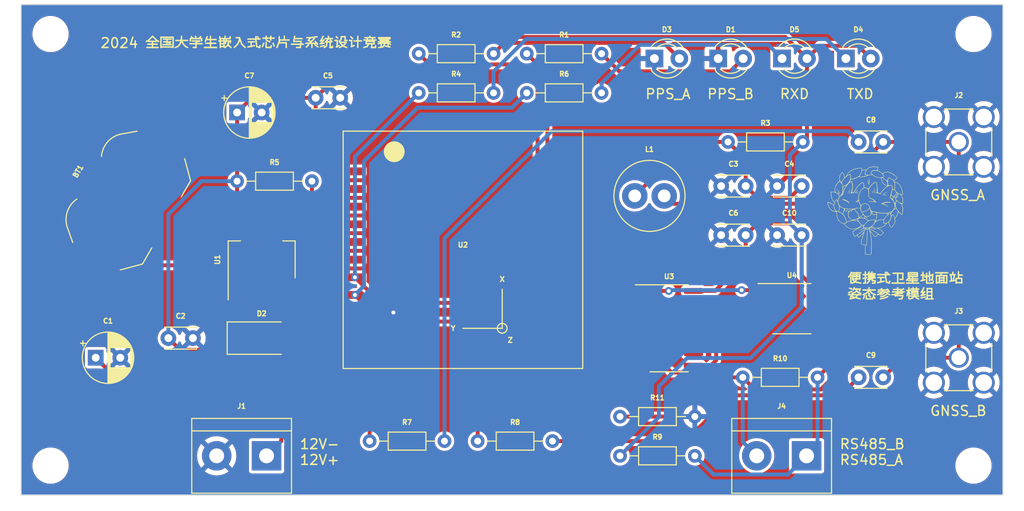
<source format=kicad_pcb>
(kicad_pcb (version 20221018) (generator pcbnew)
  (layers (0 "F.Cu" signal) (31 "B.Cu" signal) (34 "B.Paste" user) (35 "F.Paste" user) (36 "B.SilkS" user "B.Silkscreen") (37 "F.SilkS" user "F.Silkscreen") (38 "B.Mask" user) (39 "F.Mask" user) (44 "Edge.Cuts" user))
  (net 0 "")
  (net 1 "/VBAT")
  (net 2 "GND")
  (net 3 "/Vin")
  (net 4 "/+3V3")
  (net 5 "Net-(C3-Pad2)")
  (net 6 "Net-(C8-Pad1)")
  (net 7 "Net-(J2-In)")
  (net 8 "Net-(C9-Pad1)")
  (net 9 "/GNSS_PPS_A")
  (net 10 "Net-(D2-A)")
  (net 11 "/GNSS_PPS_B")
  (net 12 "Net-(D4-K)")
  (net 13 "Net-(D5-K)")
  (net 14 "/RS485_A")
  (net 15 "/RS485_B")
  (net 16 "/GNSS_RXD")
  (net 17 "Net-(U2-RESET_N)")
  (net 18 "/GNSS_TXD")
  (net 19 "Net-(D1-A)")
  (net 20 "/GNSS_ANT_A")
  (net 21 "Net-(D3-A)")
  (net 22 "/GNSS_ANT_B")
  (net 34 "Net-(U4-RO)")
  (net 35 "Net-(U3-Pad2)")
  (net 36 "Net-(U4-DE)")
  (footprint "Resistor_THT:R_Axial_DIN0204_L3.6mm_D1.6mm_P7.62mm_Horizontal" (layer "F.Cu") (at 120.5 55)
    (fp_text reference "R2" (at 3.81 -1.92) (layer "F.SilkS") (effects (font (size 0.5 0.5))))
    (fp_text value "1k")
    (pad "1" thru_hole circle locked (at 0 0) (size 1.4 1.4) (drill 0.7) (layers "*.Cu" "*.Mask") (net 11 "/GNSS_PPS_B"))
    (pad "2" thru_hole oval locked (at 7.62 0) (size 1.4 1.4) (drill 0.7) (layers "*.Cu" "*.Mask") (net 21 "Net-(D3-A)"))
  )
  (footprint "Resistor_THT:R_Axial_DIN0204_L3.6mm_D1.6mm_P7.62mm_Horizontal" (layer "F.Cu") (at 152 64)
    (fp_text reference "R3" (at 3.81 -1.92) (layer "F.SilkS") (effects (font (size 0.5 0.5))))
    (fp_text value "0")
    (pad "1" thru_hole circle locked (at 0 0) (size 1.4 1.4) (drill 0.7) (layers "*.Cu" "*.Mask") (net 5 "Net-(C3-Pad2)"))
    (pad "2" thru_hole oval locked (at 7.62 0) (size 1.4 1.4) (drill 0.7) (layers "*.Cu" "*.Mask") (net 4 "/+3V3"))
  )
  (footprint "LED_THT:LED_D3.0mm" (layer "F.Cu") (at 157.5 55.5)
    (fp_text reference "D5" (at 1.27 -2.96) (layer "F.SilkS") (effects (font (size 0.5 0.5))))
    (fp_text value "LED")
    (pad "1" thru_hole rect locked (at 0 0) (size 1.8 1.8) (drill 0.9) (layers "*.Cu" "*.Mask") (net 13 "Net-(D5-K)"))
    (pad "2" thru_hole circle locked (at 2.54 0) (size 1.8 1.8) (drill 0.9) (layers "*.Cu" "*.Mask") (net 4 "/+3V3"))
  )
  (footprint "Diode_SMD:D_SMA" (layer "F.Cu") (at 104.5 84)
    (fp_text reference "D2" (at 0 -2.5) (layer "F.SilkS") (effects (font (size 0.5 0.5))))
    (fp_text value "SS34")
    (pad "1" smd roundrect locked (at -2 0) (size 2.5 1.8) (layers "F.Cu" "F.Paste" "F.Mask") (roundrect_rratio 0.1388888889) (net 3 "/Vin"))
    (pad "2" smd roundrect locked (at 2 0) (size 2.5 1.8) (layers "F.Cu" "F.Paste" "F.Mask") (roundrect_rratio 0.1388888889) (net 10 "Net-(D2-A)"))
  )
  (footprint "Resistor_THT:R_Axial_DIN0204_L3.6mm_D1.6mm_P7.62mm_Horizontal" (layer "F.Cu") (at 141 96)
    (fp_text reference "R9" (at 3.81 -1.92) (layer "F.SilkS") (effects (font (size 0.5 0.5))))
    (fp_text value "10k")
    (pad "1" thru_hole circle locked (at 0 0) (size 1.4 1.4) (drill 0.7) (layers "*.Cu" "*.Mask") (net 4 "/+3V3"))
    (pad "2" thru_hole oval locked (at 7.62 0) (size 1.4 1.4) (drill 0.7) (layers "*.Cu" "*.Mask") (net 14 "/RS485_A"))
  )
  (footprint "Resistor_THT:R_Axial_DIN0204_L3.6mm_D1.6mm_P7.62mm_Horizontal" (layer "F.Cu") (at 120.5 59)
    (fp_text reference "R4" (at 3.81 -1.92) (layer "F.SilkS") (effects (font (size 0.5 0.5) (thickness 0.125))))
    (fp_text value "1k")
    (pad "1" thru_hole circle locked (at 0 0) (size 1.4 1.4) (drill 0.7) (layers "*.Cu" "*.Mask") (net 16 "/GNSS_RXD"))
    (pad "2" thru_hole oval locked (at 7.62 0) (size 1.4 1.4) (drill 0.7) (layers "*.Cu" "*.Mask") (net 12 "Net-(D4-K)"))
  )
  (footprint "LED_THT:LED_D3.0mm" (layer "F.Cu") (at 151 55.5)
    (fp_text reference "D1" (at 1.27 -2.96) (layer "F.SilkS") (effects (font (size 0.5 0.5))))
    (fp_text value "LED")
    (pad "1" thru_hole rect locked (at 0 0) (size 1.8 1.8) (drill 0.9) (layers "*.Cu" "*.Mask") (net 2 "GND"))
    (pad "2" thru_hole circle locked (at 2.54 0) (size 1.8 1.8) (drill 0.9) (layers "*.Cu" "*.Mask") (net 19 "Net-(D1-A)"))
  )
  (footprint "Package_SO:SOIC-14_3.9x8.7mm_P1.27mm" (layer "F.Cu") (at 146 83)
    (fp_text reference "U3" (at 0 -5.28) (layer "F.SilkS") (effects (font (size 0.5 0.5))))
    (fp_text value "74HC14")
    (pad "1" smd roundrect locked (at -2.475 -3.81) (size 1.95 0.6) (layers "F.Cu" "F.Paste" "F.Mask") (net 34 "Net-(U4-RO)"))
    (pad "2" smd roundrect locked (at -2.475 -2.54) (size 1.95 0.6) (layers "F.Cu" "F.Paste" "F.Mask") (net 35 "Net-(U3-Pad2)"))
    (pad "3" smd roundrect locked (at -2.475 -1.27) (size 1.95 0.6) (layers "F.Cu" "F.Paste" "F.Mask") (net 35 "Net-(U3-Pad2)"))
    (pad "4" smd roundrect locked (at -2.475 0) (size 1.95 0.6) (layers "F.Cu" "F.Paste" "F.Mask") (net 16 "/GNSS_RXD"))
    (pad "5" smd roundrect locked (at -2.475 1.27) (size 1.95 0.6) (layers "F.Cu" "F.Paste" "F.Mask") (net 18 "/GNSS_TXD"))
    (pad "6" smd roundrect locked (at -2.475 2.54) (size 1.95 0.6) (layers "F.Cu" "F.Paste" "F.Mask") (net 36 "Net-(U4-DE)"))
    (pad "7" smd roundrect locked (at -2.475 3.81) (size 1.95 0.6) (layers "F.Cu" "F.Paste" "F.Mask") (net 2 "GND"))
    (pad "8" smd roundrect locked (at 2.475 3.81) (size 1.95 0.6) (layers "F.Cu" "F.Paste" "F.Mask"))
    (pad "9" smd roundrect locked (at 2.475 2.54) (size 1.95 0.6) (layers "F.Cu" "F.Paste" "F.Mask"))
    (pad "10" smd roundrect locked (at 2.475 1.27) (size 1.95 0.6) (layers "F.Cu" "F.Paste" "F.Mask"))
    (pad "11" smd roundrect locked (at 2.475 0) (size 1.95 0.6) (layers "F.Cu" "F.Paste" "F.Mask"))
    (pad "12" smd roundrect locked (at 2.475 -1.27) (size 1.95 0.6) (layers "F.Cu" "F.Paste" "F.Mask"))
    (pad "13" smd roundrect locked (at 2.475 -2.54) (size 1.95 0.6) (layers "F.Cu" "F.Paste" "F.Mask"))
    (pad "14" smd roundrect locked (at 2.475 -3.81) (size 1.95 0.6) (layers "F.Cu" "F.Paste" "F.Mask") (net 4 "/+3V3"))
  )
  (footprint "Resistor_THT:R_Axial_DIN0204_L3.6mm_D1.6mm_P7.62mm_Horizontal" (layer "F.Cu") (at 153.5 88)
    (fp_text reference "R10" (at 3.81 -1.92) (layer "F.SilkS") (effects (font (size 0.5 0.5))))
    (fp_text value "120")
    (pad "1" thru_hole circle locked (at 0 0) (size 1.4 1.4) (drill 0.7) (layers "*.Cu" "*.Mask") (net 15 "/RS485_B"))
    (pad "2" thru_hole oval locked (at 7.62 0) (size 1.4 1.4) (drill 0.7) (layers "*.Cu" "*.Mask") (net 14 "/RS485_A"))
  )
  (footprint "Connector_Coaxial:SMA_Amphenol_901-144_Vertical" (layer "F.Cu") (at 175.5 64)
    (fp_text reference "J2" (at 0 -4.75) (layer "F.SilkS") (effects (font (size 0.5 0.5) (thickness 0.125))))
    (fp_text value "SMA")
    (pad "1" thru_hole circle locked (at 0 0) (size 2.05 2.05) (drill 1.5) (layers "*.Cu" "*.Mask") (net 7 "Net-(J2-In)"))
    (pad "2" thru_hole circle locked (at -2.54 -2.54) (size 2.25 2.25) (drill 1.7) (layers "*.Cu" "*.Mask") (net 2 "GND"))
    (pad "2" thru_hole circle locked (at -2.54 2.54) (size 2.25 2.25) (drill 1.7) (layers "*.Cu" "*.Mask") (net 2 "GND"))
    (pad "2" thru_hole circle locked (at 2.54 -2.54) (size 2.25 2.25) (drill 1.7) (layers "*.Cu" "*.Mask") (net 2 "GND"))
    (pad "2" thru_hole circle locked (at 2.54 2.54) (size 2.25 2.25) (drill 1.7) (layers "*.Cu" "*.Mask") (net 2 "GND"))
  )
  (footprint "Capacitor_THT:C_Disc_D3.0mm_W2.0mm_P2.50mm" (layer "F.Cu") (at 165.3 64)
    (fp_text reference "C8" (at 1.25 -2.25) (layer "F.SilkS") (effects (font (size 0.5 0.5) (thickness 0.125))))
    (fp_text value "100pF")
    (pad "1" thru_hole circle locked (at 0 0) (size 1.6 1.6) (drill 0.8) (layers "*.Cu" "*.Mask") (net 6 "Net-(C8-Pad1)"))
    (pad "2" thru_hole circle locked (at 2.5 0) (size 1.6 1.6) (drill 0.8) (layers "*.Cu" "*.Mask") (net 7 "Net-(J2-In)"))
  )
  (footprint "Package_SO:SOIC-8_3.9x4.9mm_P1.27mm" (layer "F.Cu") (at 158.5 81)
    (fp_text reference "U4" (at 0 -3.4) (layer "F.SilkS") (effects (font (size 0.5 0.5))))
    (fp_text value "MAX3485")
    (pad "1" smd roundrect locked (at -2.475 -1.905) (size 1.95 0.6) (layers "F.Cu" "F.Paste" "F.Mask") (net 34 "Net-(U4-RO)"))
    (pad "2" smd roundrect locked (at -2.475 -0.635) (size 1.95 0.6) (layers "F.Cu" "F.Paste" "F.Mask") (net 36 "Net-(U4-DE)"))
    (pad "3" smd roundrect locked (at -2.475 0.635) (size 1.95 0.6) (layers "F.Cu" "F.Paste" "F.Mask") (net 36 "Net-(U4-DE)"))
    (pad "4" smd roundrect locked (at -2.475 1.905) (size 1.95 0.6) (layers "F.Cu" "F.Paste" "F.Mask") (net 2 "GND"))
    (pad "5" smd roundrect locked (at 2.475 1.905) (size 1.95 0.6) (layers "F.Cu" "F.Paste" "F.Mask") (net 2 "GND"))
    (pad "6" smd roundrect locked (at 2.475 0.635) (size 1.95 0.6) (layers "F.Cu" "F.Paste" "F.Mask") (net 14 "/RS485_A"))
    (pad "7" smd roundrect locked (at 2.475 -0.635) (size 1.95 0.6) (layers "F.Cu" "F.Paste" "F.Mask") (net 15 "/RS485_B"))
    (pad "8" smd roundrect locked (at 2.475 -1.905) (size 1.95 0.6) (layers "F.Cu" "F.Paste" "F.Mask") (net 4 "/+3V3"))
  )
  (footprint "Connector_Coaxial:SMA_Amphenol_901-144_Vertical" (layer "F.Cu") (at 175.5 86)
    (fp_text reference "J3" (at 0 -4.75) (layer "F.SilkS") (effects (font (size 0.5 0.5) (thickness 0.125))))
    (fp_text value "SMA")
    (pad "1" thru_hole circle locked (at 0 0) (size 2.05 2.05) (drill 1.5) (layers "*.Cu" "*.Mask") (net 7 "Net-(J2-In)"))
    (pad "2" thru_hole circle locked (at -2.54 -2.54) (size 2.25 2.25) (drill 1.7) (layers "*.Cu" "*.Mask") (net 2 "GND"))
    (pad "2" thru_hole circle locked (at -2.54 2.54) (size 2.25 2.25) (drill 1.7) (layers "*.Cu" "*.Mask") (net 2 "GND"))
    (pad "2" thru_hole circle locked (at 2.54 -2.54) (size 2.25 2.25) (drill 1.7) (layers "*.Cu" "*.Mask") (net 2 "GND"))
    (pad "2" thru_hole circle locked (at 2.54 2.54) (size 2.25 2.25) (drill 1.7) (layers "*.Cu" "*.Mask") (net 2 "GND"))
  )
  (footprint "Inductor_THT:L_Radial_D7.0mm_P3.00mm" (layer "F.Cu") (at 142.5 69.5)
    (fp_text reference "L1" (at 1.5 -4.75) (layer "F.SilkS") (effects (font (size 0.5 0.5))))
    (fp_text value "20uH")
    (pad "1" thru_hole circle locked (at 0 0) (size 2.6 2.6) (drill 1.3) (layers "*.Cu" "*.Mask") (net 5 "Net-(C3-Pad2)"))
    (pad "2" thru_hole circle locked (at 3 0) (size 2.6 2.6) (drill 1.3) (layers "*.Cu" "*.Mask") (net 7 "Net-(J2-In)"))
  )
  (footprint "Resistor_THT:R_Axial_DIN0204_L3.6mm_D1.6mm_P7.62mm_Horizontal" (layer "F.Cu") (at 131.5 59)
    (fp_text reference "R6" (at 3.81 -1.92) (layer "F.SilkS") (effects (font (size 0.5 0.5) (thickness 0.125))))
    (fp_text value "1k")
    (pad "1" thru_hole circle locked (at 0 0) (size 1.4 1.4) (drill 0.7) (layers "*.Cu" "*.Mask") (net 18 "/GNSS_TXD"))
    (pad "2" thru_hole oval locked (at 7.62 0) (size 1.4 1.4) (drill 0.7) (layers "*.Cu" "*.Mask") (net 13 "Net-(D5-K)"))
  )
  (footprint "Capacitor_THT:C_Disc_D3.0mm_W2.0mm_P2.50mm" (layer "F.Cu") (at 157 73.5)
    (fp_text reference "C10" (at 1.25 -2.25) (layer "F.SilkS") (effects (font (size 0.5 0.5))))
    (fp_text value "0.1uF")
    (pad "1" thru_hole circle locked (at 0 0) (size 1.6 1.6) (drill 0.8) (layers "*.Cu" "*.Mask") (net 2 "GND"))
    (pad "2" thru_hole circle locked (at 2.5 0) (size 1.6 1.6) (drill 0.8) (layers "*.Cu" "*.Mask") (net 4 "/+3V3"))
  )
  (footprint "Battery:BatteryHolder_LINX_BAT-HLD-012-SMT" (layer "F.Cu") (at 91 70 -120)
    (fp_text reference "BT1" (at 0 6 60) (layer "F.SilkS") (effects (font (size 0.5 0.5))))
    (fp_text value "3V")
    (pad "1" smd rect locked (at -7.6 0 240) (size 2.5 5.1) (layers "F.Cu" "F.Paste" "F.Mask") (net 1 "/VBAT"))
    (pad "1" smd rect locked (at 7.6 0 240) (size 2.5 5.1) (layers "F.Cu" "F.Paste" "F.Mask") (net 1 "/VBAT"))
    (pad "2" smd circle locked (at 0 0 240) (size 10.2 10.2) (layers "F.Cu" "F.Mask") (net 2 "GND"))
  )
  (footprint "GNSS:Cat" (layer "F.Cu") (at 166 71)
    (fp_text reference "G***" hide)
    (fp_text value "LOGO" hide)
  )
  (footprint "GNSS:LC02H" (layer "F.Cu") (at 125 75)
    (fp_text reference "U2" (at 0 -0.5 unlocked) (layer "F.SilkS") (effects (font (size 0.5 0.5) (thickness 0.125))))
    (fp_text value "LC02H")
    (fp_text user "Z" (at 4.5 9.5 unlocked) (layer "F.SilkS") (effects (font (size 0.5 0.5) (thickness 0.125)) (justify left bottom)))
    (fp_text user "Y" (at -1 8 unlocked) (layer "F.SilkS") (effects (font (size 0.5 0.5) (thickness 0.125))))
    (fp_text user "X" (at 4 3 unlocked) (layer "F.SilkS") (effects (font (size 0.5 0.5) (thickness 0.125))))
    (pad "1" smd roundrect locked (at -11.1 -9.8) (size 2 0.8) (layers "F.Cu" "F.Paste" "F.Mask") (net 2 "GND"))
    (pad "2" smd roundrect locked (at -11.1 -8) (size 2 0.8) (layers "F.Cu" "F.Paste" "F.Mask") (net 4 "/+3V3"))
    (pad "3" smd roundrect locked (at -11.1 -6.2) (size 2 0.8) (layers "F.Cu" "F.Paste" "F.Mask"))
    (pad "4" smd roundrect locked (at -11.1 -4.4) (size 2 0.8) (layers "F.Cu" "F.Paste" "F.Mask"))
    (pad "5" smd roundrect locked (at -11.1 -2.6) (size 2 0.8) (layers "F.Cu" "F.Paste" "F.Mask"))
    (pad "6" smd roundrect locked (at -11.1 -0.8) (size 2 0.8) (layers "F.Cu" "F.Paste" "F.Mask"))
    (pad "7" smd roundrect locked (at -11.1 1) (size 2 0.8) (layers "F.Cu" "F.Paste" "F.Mask") (net 17 "Net-(U2-RESET_N)"))
    (pad "8" smd roundrect locked (at -11.1 2.8) (size 2 0.8) (layers "F.Cu" "F.Paste" "F.Mask") (net 16 "/GNSS_RXD"))
    (pad "9" smd roundrect locked (at -11.1 4.6) (size 2 0.8) (layers "F.Cu" "F.Paste" "F.Mask") (net 18 "/GNSS_TXD"))
    (pad "10" smd roundrect locked (at -11.1 6.4) (size 2 0.8) (layers "F.Cu" "F.Paste" "F.Mask") (net 1 "/VBAT"))
    (pad "11" smd roundrect locked (at -11.1 8.2) (size 2 0.8) (layers "F.Cu" "F.Paste" "F.Mask") (net 20 "/GNSS_ANT_A"))
    (pad "12" smd roundrect locked (at -11.1 10) (size 2 0.8) (layers "F.Cu" "F.Paste" "F.Mask") (net 2 "GND"))
    (pad "13" smd roundrect locked (at 11.1 10) (size 2 0.8) (layers "F.Cu" "F.Paste" "F.Mask") (net 2 "GND"))
    (pad "14" smd roundrect locked (at 11.1 8.2) (size 2 0.8) (layers "F.Cu" "F.Paste" "F.Mask") (net 22 "/GNSS_ANT_B"))
    (pad "15" smd roundrect locked (at 11.1 6.4) (size 2 0.8) (layers "F.Cu" "F.Paste" "F.Mask"))
    (pad "16" smd roundrect locked (at 11.1 4.6) (size 2 0.8) (layers "F.Cu" "F.Paste" "F.Mask") (net 11 "/GNSS_PPS_B"))
    (pad "17" smd roundrect locked (at 11.1 2.8) (size 2 0.8) (layers "F.Cu" "F.Paste" "F.Mask"))
    (pad "18" smd roundrect locked (at 11.1 1) (size 2 0.8) (layers "F.Cu" "F.Paste" "F.Mask"))
    (pad "19" smd roundrect locked (at 11.1 -1) (size 2 0.8) (layers "F.Cu" "F.Paste" "F.Mask"))
    (pad "20" smd roundrect locked (at 11.1 -2.8) (size 2 0.8) (layers "F.Cu" "F.Paste" "F.Mask"))
    (pad "21" smd roundrect locked (at 11.1 -4.6) (size 2 0.8) (layers "F.Cu" "F.Paste" "F.Mask"))
    (pad "22" smd roundrect locked (at 11.1 -6.4) (size 2 0.8) (layers "F.Cu" "F.Paste" "F.Mask"))
    (pad "23" smd roundrect locked (at 11.1 -8.2) (size 2 0.8) (layers "F.Cu" "F.Paste" "F.Mask") (net 9 "/GNSS_PPS_A"))
    (pad "24" smd roundrect locked (at 11.1 -10) (size 2 0.8) (layers "F.Cu" "F.Paste" "F.Mask") (net 2 "GND"))
  )
  (footprint "Resistor_THT:R_Axial_DIN0204_L3.6mm_D1.6mm_P7.62mm_Horizontal" (layer "F.Cu") (at 102 68)
    (fp_text reference "R5" (at 3.81 -1.92) (layer "F.SilkS") (effects (font (size 0.5 0.5))))
    (fp_text value "10k")
    (pad "1" thru_hole circle locked (at 0 0) (size 1.4 1.4) (drill 0.7) (layers "*.Cu" "*.Mask") (net 4 "/+3V3"))
    (pad "2" thru_hole oval locked (at 7.62 0) (size 1.4 1.4) (drill 0.7) (layers "*.Cu" "*.Mask") (net 17 "Net-(U2-RESET_N)"))
  )
  (footprint "TerminalBlock:TerminalBlock_bornier-2_P5.08mm" (layer "F.Cu") (at 105 96 180)
    (fp_text reference "J1" (at 2.54 5.068) (layer "F.SilkS") (effects (font (size 0.5 0.5))))
    (fp_text value "POWER")
    (pad "1" thru_hole rect locked (at 0 0 180) (size 3 3) (drill 1.52) (layers "*.Cu" "*.Mask") (net 10 "Net-(D2-A)"))
    (pad "2" thru_hole circle locked (at 5.08 0 180) (size 3 3) (drill 1.52) (layers "*.Cu" "*.Mask") (net 2 "GND"))
  )
  (footprint "Capacitor_THT:C_Disc_D3.0mm_W2.0mm_P2.50mm" (layer "F.Cu") (at 151.3 73.5)
    (fp_text reference "C6" (at 1.25 -2.25) (layer "F.SilkS") (effects (font (size 0.5 0.5))))
    (fp_text value "0.1uF")
    (pad "1" thru_hole circle locked (at 0 0) (size 1.6 1.6) (drill 0.8) (layers "*.Cu" "*.Mask") (net 2 "GND"))
    (pad "2" thru_hole circle locked (at 2.5 0) (size 1.6 1.6) (drill 0.8) (layers "*.Cu" "*.Mask") (net 4 "/+3V3"))
  )
  (footprint "LED_THT:LED_D3.0mm" (layer "F.Cu") (at 144.5 55.5)
    (fp_text reference "D3" (at 1.27 -2.96) (layer "F.SilkS") (effects (font (size 0.5 0.5))))
    (fp_text value "LED")
    (pad "1" thru_hole rect locked (at 0 0) (size 1.8 1.8) (drill 0.9) (layers "*.Cu" "*.Mask") (net 2 "GND"))
    (pad "2" thru_hole circle locked (at 2.54 0) (size 1.8 1.8) (drill 0.9) (layers "*.Cu" "*.Mask") (net 21 "Net-(D3-A)"))
  )
  (footprint "Resistor_THT:R_Axial_DIN0204_L3.6mm_D1.6mm_P7.62mm_Horizontal" (layer "F.Cu") (at 115.5 94.5)
    (fp_text reference "R7" (at 3.81 -1.92) (layer "F.SilkS") (effects (font (size 0.5 0.5))))
    (fp_text value "0")
    (pad "1" thru_hole circle locked (at 0 0) (size 1.4 1.4) (drill 0.7) (layers "*.Cu" "*.Mask") (net 20 "/GNSS_ANT_A"))
    (pad "2" thru_hole oval locked (at 7.62 0) (size 1.4 1.4) (drill 0.7) (layers "*.Cu" "*.Mask") (net 6 "Net-(C8-Pad1)"))
  )
  (footprint "Resistor_THT:R_Axial_DIN0204_L3.6mm_D1.6mm_P7.62mm_Horizontal" (layer "F.Cu") (at 126.5 94.5)
    (fp_text reference "R8" (at 3.81 -1.92) (layer "F.SilkS") (effects (font (size 0.5 0.5))))
    (fp_text value "0")
    (pad "1" thru_hole circle locked (at 0 0) (size 1.4 1.4) (drill 0.7) (layers "*.Cu" "*.Mask") (net 22 "/GNSS_ANT_B"))
    (pad "2" thru_hole oval locked (at 7.62 0) (size 1.4 1.4) (drill 0.7) (layers "*.Cu" "*.Mask") (net 8 "Net-(C9-Pad1)"))
  )
  (footprint "Capacitor_THT:CP_Radial_D5.0mm_P2.50mm" (layer "F.Cu") (at 87.6 86)
    (fp_text reference "C1" (at 1.25 -3.75) (layer "F.SilkS") (effects (font (size 0.5 0.5))))
    (fp_text value "10uF")
    (pad "1" thru_hole rect locked (at 0 0) (size 1.6 1.6) (drill 0.8) (layers "*.Cu" "*.Mask") (net 3 "/Vin"))
    (pad "2" thru_hole circle locked (at 2.5 0) (size 1.6 1.6) (drill 0.8) (layers "*.Cu" "*.Mask") (net 2 "GND"))
  )
  (footprint "TerminalBlock:TerminalBlock_bornier-2_P5.08mm" (layer "F.Cu") (at 160 96 180)
    (fp_text reference "J4" (at 2.54 5.068) (layer "F.SilkS") (effects (font (size 0.5 0.5))))
    (fp_text value "RS485")
    (pad "1" thru_hole rect locked (at 0 0 180) (size 3 3) (drill 1.52) (layers "*.Cu" "*.Mask") (net 14 "/RS485_A"))
    (pad "2" thru_hole circle locked (at 5.08 0 180) (size 3 3) (drill 1.52) (layers "*.Cu" "*.Mask") (net 15 "/RS485_B"))
  )
  (footprint "Capacitor_THT:C_Disc_D3.0mm_W2.0mm_P2.50mm" (layer "F.Cu") (at 157 68.5)
    (fp_text reference "C4" (at 1.25 -2.25) (layer "F.SilkS") (effects (font (size 0.5 0.5))))
    (fp_text value "0.1uF")
    (pad "1" thru_hole circle locked (at 0 0) (size 1.6 1.6) (drill 0.8) (layers "*.Cu" "*.Mask") (net 2 "GND"))
    (pad "2" thru_hole circle locked (at 2.5 0) (size 1.6 1.6) (drill 0.8) (layers "*.Cu" "*.Mask") (net 5 "Net-(C3-Pad2)"))
  )
  (footprint "Capacitor_THT:C_Disc_D3.0mm_W2.0mm_P2.50mm" (layer "F.Cu") (at 95 84)
    (fp_text reference "C2" (at 1.25 -2.25) (layer "F.SilkS") (effects (font (size 0.5 0.5))))
    (fp_text value "0.1uF")
    (pad "1" thru_hole circle locked (at 0 0) (size 1.6 1.6) (drill 0.8) (layers "*.Cu" "*.Mask") (net 4 "/+3V3"))
    (pad "2" thru_hole circle locked (at 2.5 0) (size 1.6 1.6) (drill 0.8) (layers "*.Cu" "*.Mask") (net 2 "GND"))
  )
  (footprint "Resistor_THT:R_Axial_DIN0204_L3.6mm_D1.6mm_P7.62mm_Horizontal" (layer "F.Cu") (at 141 92)
    (fp_text reference "R11" (at 3.81 -1.92) (layer "F.SilkS") (effects (font (size 0.5 0.5))))
    (fp_text value "10k")
    (pad "1" thru_hole circle locked (at 0 0) (size 1.4 1.4) (drill 0.7) (layers "*.Cu" "*.Mask") (net 15 "/RS485_B"))
    (pad "2" thru_hole oval locked (at 7.62 0) (size 1.4 1.4) (drill 0.7) (layers "*.Cu" "*.Mask") (net 2 "GND"))
  )
  (footprint "MountingHole:MountingHole_3.2mm_M3_DIN965" (layer "F.Cu") (at 83 53)
    (fp_text reference "H1" hide)
    (fp_text value "MountingHole")
    (pad "" np_thru_hole circle locked (at 0 0) (size 3.2 3.2) (drill 3.2) (layers "*.Cu" "*.Mask"))
  )
  (footprint "MountingHole:MountingHole_3.2mm_M3_DIN965" (layer "F.Cu") (at 83 97)
    (fp_text reference "H4" hide)
    (fp_text value "MountingHole")
    (pad "" np_thru_hole circle locked (at 0 0) (size 3.2 3.2) (drill 3.2) (layers "*.Cu" "*.Mask"))
  )
  (footprint "Capacitor_THT:CP_Radial_D5.0mm_P2.50mm" (layer "F.Cu") (at 102 61)
    (fp_text reference "C7" (at 1.25 -3.75) (layer "F.SilkS") (effects (font (size 0.5 0.5))))
    (fp_text value "10uF")
    (pad "1" thru_hole rect locked (at 0 0) (size 1.6 1.6) (drill 0.8) (layers "*.Cu" "*.Mask") (net 4 "/+3V3"))
    (pad "2" thru_hole circle locked (at 2.5 0) (size 1.6 1.6) (drill 0.8) (layers "*.Cu" "*.Mask") (net 2 "GND"))
  )
  (footprint "LED_THT:LED_D3.0mm" (layer "F.Cu") (at 164 55.5)
    (fp_text reference "D4" (at 1.27 -2.96) (layer "F.SilkS") (effects (font (size 0.5 0.5))))
    (fp_text value "LED")
    (pad "1" thru_hole rect locked (at 0 0) (size 1.8 1.8) (drill 0.9) (layers "*.Cu" "*.Mask") (net 12 "Net-(D4-K)"))
    (pad "2" thru_hole circle locked (at 2.54 0) (size 1.8 1.8) (drill 0.9) (layers "*.Cu" "*.Mask") (net 4 "/+3V3"))
  )
  (footprint "MountingHole:MountingHole_3.2mm_M3_DIN965" (layer "F.Cu") (at 177 97)
    (fp_text reference "H3" hide)
    (fp_text value "MountingHole")
    (pad "" np_thru_hole circle locked (at 0 0) (size 3.2 3.2) (drill 3.2) (layers "*.Cu" "*.Mask"))
  )
  (footprint "Resistor_THT:R_Axial_DIN0204_L3.6mm_D1.6mm_P7.62mm_Horizontal" (layer "F.Cu") (at 131.5 55)
    (fp_text reference "R1" (at 3.81 -1.92) (layer "F.SilkS") (effects (font (size 0.5 0.5))))
    (fp_text value "1k")
    (pad "1" thru_hole circle locked (at 0 0) (size 1.4 1.4) (drill 0.7) (layers "*.Cu" "*.Mask") (net 9 "/GNSS_PPS_A"))
    (pad "2" thru_hole oval locked (at 7.62 0) (size 1.4 1.4) (drill 0.7) (layers "*.Cu" "*.Mask") (net 19 "Net-(D1-A)"))
  )
  (footprint "Capacitor_THT:C_Disc_D3.0mm_W2.0mm_P2.50mm" (layer "F.Cu") (at 165.3 88)
    (fp_text reference "C9" (at 1.25 -2.25) (layer "F.SilkS") (effects (font (size 0.5 0.5) (thickness 0.125))))
    (fp_text value "100pF")
    (pad "1" thru_hole circle locked (at 0 0) (size 1.6 1.6) (drill 0.8) (layers "*.Cu" "*.Mask") (net 8 "Net-(C9-Pad1)"))
    (pad "2" thru_hole circle locked (at 2.5 0) (size 1.6 1.6) (drill 0.8) (layers "*.Cu" "*.Mask") (net 7 "Net-(J2-In)"))
  )
  (footprint "Capacitor_THT:C_Disc_D3.0mm_W2.0mm_P2.50mm" (layer "F.Cu") (at 110 59.5)
    (fp_text reference "C5" (at 1.25 -2.25) (layer "F.SilkS") (effects (font (size 0.5 0.5))))
    (fp_text value "0.1uF")
    (pad "1" thru_hole circle locked (at 0 0) (size 1.6 1.6) (drill 0.8) (layers "*.Cu" "*.Mask") (net 4 "/+3V3"))
    (pad "2" thru_hole circle locked (at 2.5 0) (size 1.6 1.6) (drill 0.8) (layers "*.Cu" "*.Mask") (net 2 "GND"))
  )
  (footprint "MountingHole:MountingHole_3.2mm_M3_DIN965" (layer "F.Cu") (at 177 53)
    (fp_text reference "H2" hide)
    (fp_text value "MountingHole")
    (pad "" np_thru_hole circle locked (at 0 0) (size 3.2 3.2) (drill 3.2) (layers "*.Cu" "*.Mask"))
  )
  (footprint "Capacitor_THT:C_Disc_D3.0mm_W2.0mm_P2.50mm" (layer "F.Cu") (at 151.3 68.5)
    (fp_text reference "C3" (at 1.25 -2.25) (layer "F.SilkS") (effects (font (size 0.5 0.5))))
    (fp_text value "100pF")
    (pad "1" thru_hole circle locked (at 0 0) (size 1.6 1.6) (drill 0.8) (layers "*.Cu" "*.Mask") (net 2 "GND"))
    (pad "2" thru_hole circle locked (at 2.5 0) (size 1.6 1.6) (drill 0.8) (layers "*.Cu" "*.Mask") (net 5 "Net-(C3-Pad2)"))
  )
  (footprint "Package_TO_SOT_SMD:SOT-223-3_TabPin2" (layer "F.Cu") (at 104.5 76 90)
    (fp_text reference "U1" (at 0 -4.5 90) (layer "F.SilkS") (effects (font (size 0.5 0.5))))
    (fp_text value "AMS1117-3.3")
    (pad "1" smd rect locked (at -3.15 -2.3 90) (size 2 1.5) (layers "F.Cu" "F.Paste" "F.Mask") (net 2 "GND"))
    (pad "2" smd rect locked (at -3.15 0 90) (size 2 1.5) (layers "F.Cu" "F.Paste" "F.Mask") (net 4 "/+3V3"))
    (pad "2" smd rect locked (at 3.15 0 90) (size 2 3.8) (layers "F.Cu" "F.Paste" "F.Mask") (net 4 "/+3V3"))
    (pad "3" smd rect locked (at -3.15 2.3 90) (size 2 1.5) (layers "F.Cu" "F.Paste" "F.Mask") (net 3 "/Vin"))
  )
  (gr_rect locked (start 80 50) (end 180 100) (stroke (width 0.1)) (fill none) (layer "Edge.Cuts"))
  (gr_text locked "PPS_A" (at 143.5 59.7) (layer "F.SilkS") (effects (font (size 1 1)) (justify left bottom)))
  (gr_text locked "PPS_B" (at 149.8 59.7) (layer "F.SilkS") (effects (font (size 1 1)) (justify left bottom)))
  (gr_text locked "GNSS_A" (at 172.5 70) (layer "F.SilkS") (effects (font (size 1 1)) (justify left bottom)))
  (gr_text locked "便携式卫星地面站\n姿态参考模组" (at 164.084 78.74) (layer "F.SilkS") (effects (font (size 1 1)) (justify left)))
  (gr_text locked "12V-\n12V+" (at 108.3 97) (layer "F.SilkS") (effects (font (size 1 1)) (justify left bottom)))
  (gr_text locked "2024 全国大学生嵌入式芯片与系统设计竞赛" (at 88 54.5) (layer "F.SilkS") (effects (font (size 1 1)) (justify left bottom)))
  (gr_text locked "RS485_B\nRS485_A" (at 163.3 97) (layer "F.SilkS") (effects (font (size 1 1)) (justify left bottom)))
  (gr_text locked "GNSS_B" (at 172.5 92) (layer "F.SilkS") (effects (font (size 1 1)) (justify left bottom)))
  (gr_text locked "RXD" (at 157.2 59.7) (layer "F.SilkS") (effects (font (size 1 1)) (justify left bottom)))
  (gr_text locked "TXD" (at 164 59.7) (layer "F.SilkS") (effects (font (size 1 1)) (justify left bottom)))
  (segment (start 85.33327 67.82873) (end 89.743793 63.418207) (width 0.4) (layer "F.Cu") (net 1))
  (segment (start 87.2 76.581793) (end 85.33327 74.715063) (width 0.4) (layer "F.Cu") (net 1))
  (segment (start 85.33327 74.715063) (end 85.33327 67.82873) (width 0.4) (layer "F.Cu") (net 1))
  (segment (start 106.781793 76.581793) (end 111.6 81.4) (width 0.4) (layer "F.Cu") (net 1))
  (segment (start 89.743793 63.418207) (end 94.8 63.418207) (width 0.4) (layer "F.Cu") (net 1))
  (segment (start 87.2 76.581793) (end 106.781793 76.581793) (width 0.4) (layer "F.Cu") (net 1))
  (segment (start 111.6 81.4) (end 113.9 81.4) (width 0.4) (layer "F.Cu") (net 1))
  (via (at 117.92 81.39) (size 0.8) (drill 0.4) (layers "F.Cu" "B.Cu") (net 2))
  (segment (start 99.3 87.2) (end 88.8 87.2) (width 0.4) (layer "F.Cu") (net 3))
  (segment (start 102.5 84) (end 99.3 87.2) (width 0.4) (layer "F.Cu") (net 3))
  (segment (start 88.8 87.2) (end 87.6 86) (width 0.4) (layer "F.Cu") (net 3))
  (segment (start 106.8 79.4) (end 102.5 83.7) (width 0.4) (layer "F.Cu") (net 3))
  (segment (start 150.68 79.19) (end 148.475 79.19) (width 0.4) (layer "F.Cu") (net 4))
  (segment (start 160.04 63.58) (end 159.62 64) (width 0.4) (layer "F.Cu") (net 4))
  (segment (start 98.723834 85.2) (end 96.2 85.2) (width 0.4) (layer "F.Cu") (net 4))
  (segment (start 159.5 77.62) (end 160.975 79.095) (width 0.4) (layer "F.Cu") (net 4))
  (segment (start 104.5 79.423834) (end 98.723834 85.2) (width 0.4) (layer "F.Cu") (net 4))
  (segment (start 110 64.1) (end 112.9 67) (width 0.4) (layer "F.Cu") (net 4))
  (segment (start 159.5 73.5) (end 159.5 77.62) (width 0.4) (layer "F.Cu") (net 4))
  (segment (start 153.8 73.5) (end 153.8 76.07) (width 0.4) (layer "F.Cu") (net 4))
  (segment (start 166.54 55.5) (end 165.24 54.2) (width 0.4) (layer "F.Cu") (net 4))
  (segment (start 158.3 72.3) (end 155 72.3) (width 0.4) (layer "F.Cu") (net 4))
  (segment (start 102 68) (end 102 70.35) (width 0.4) (layer "F.Cu") (net 4))
  (segment (start 96.2 85.2) (end 95 84) (width 0.4) (layer "F.Cu") (net 4))
  (segment (start 112.9 67) (end 113.9 67) (width 0.4) (layer "F.Cu") (net 4))
  (segment (start 102 70.35) (end 104.5 72.85) (width 0.4) (layer "F.Cu") (net 4))
  (segment (start 110 59.5) (end 103.5 59.5) (width 0.4) (layer "F.Cu") (net 4))
  (segment (start 102 61) (end 102 68) (width 0.4) (layer "F.Cu") (net 4))
  (segment (start 153.8 76.07) (end 150.68 79.19) (width 0.4) (layer "F.Cu") (net 4))
  (segment (start 160.04 55.5) (end 160.04 63.58) (width 0.4) (layer "F.Cu") (net 4))
  (segment (start 157.84 53.3) (end 160.04 55.5) (width 0.4) (layer "F.Cu") (net 4))
  (segment (start 165.24 54.2) (end 161.34 54.2) (width 0.4) (layer "F.Cu") (net 4))
  (segment (start 110 59.5) (end 110 64.1) (width 0.4) (layer "F.Cu") (net 4))
  (segment (start 116.2 53.3) (end 157.84 53.3) (width 0.4) (layer "F.Cu") (net 4))
  (segment (start 159.5 73.5) (end 158.3 72.3) (width 0.4) (layer "F.Cu") (net 4))
  (segment (start 110 59.5) (end 116.2 53.3) (width 0.4) (layer "F.Cu") (net 4))
  (segment (start 155 72.3) (end 153.8 73.5) (width 0.4) (layer "F.Cu") (net 4))
  (segment (start 103.5 59.5) (end 102 61) (width 0.4) (layer "F.Cu") (net 4))
  (segment (start 161.34 54.2) (end 160.04 55.5) (width 0.4) (layer "F.Cu") (net 4))
  (segment (start 102 68) (end 98.37 68) (width 0.4) (layer "B.Cu") (net 4))
  (segment (start 158.3 65.32) (end 158.3 72.3) (width 0.4) (layer "B.Cu") (net 4))
  (segment (start 98.37 68) (end 95 71.37) (width 0.4) (layer "B.Cu") (net 4))
  (segment (start 158.3 72.3) (end 159.5 73.5) (width 0.4) (layer "B.Cu") (net 4))
  (segment (start 144.96 92.04) (end 141 96) (width 0.4) (layer "B.Cu") (net 4))
  (segment (start 159.62 64) (end 158.3 65.32) (width 0.4) (layer "B.Cu") (net 4))
  (segment (start 159.5 73.5) (end 159.5 80.83) (width 0.4) (layer "B.Cu") (net 4))
  (segment (start 154.3 86.03) (end 147.84 86.03) (width 0.4) (layer "B.Cu") (net 4))
  (segment (start 147.84 86.03) (end 144.96 88.91) (width 0.4) (layer "B.Cu") (net 4))
  (segment (start 144.96 88.91) (end 144.96 92.04) (width 0.4) (layer "B.Cu") (net 4))
  (segment (start 95 71.37) (end 95 84) (width 0.4) (layer "B.Cu") (net 4))
  (segment (start 159.5 80.83) (end 154.3 86.03) (width 0.4) (layer "B.Cu") (net 4))
  (segment (start 158.3 69.7) (end 159.5 68.5) (width 0.4) (layer "F.Cu") (net 5))
  (segment (start 153.8 65.8) (end 153.8 68.5) (width 0.4) (layer "F.Cu") (net 5))
  (segment (start 155 69.7) (end 158.3 69.7) (width 0.4) (layer "F.Cu") (net 5))
  (segment (start 152 64) (end 153.8 65.8) (width 0.4) (layer "F.Cu") (net 5))
  (segment (start 142.5 69.5) (end 148 64) (width 0.4) (layer "F.Cu") (net 5))
  (segment (start 148 64) (end 152 64) (width 0.4) (layer "F.Cu") (net 5))
  (segment (start 153.8 68.5) (end 155 69.7) (width 0.4) (layer "F.Cu") (net 5))
  (segment (start 165.3 64) (end 164.2 62.9) (width 0.4) (layer "B.Cu") (net 6))
  (segment (start 134.04 62.9) (end 123.12 73.82) (width 0.4) (layer "B.Cu") (net 6))
  (segment (start 164.2 62.9) (end 134.04 62.9) (width 0.4) (layer "B.Cu") (net 6))
  (segment (start 123.12 73.82) (end 123.12 94.5) (width 0.4) (layer "B.Cu") (net 6))
  (segment (start 167.8 64) (end 175.5 64) (width 0.4) (layer "F.Cu") (net 7))
  (segment (start 169.8 86) (end 175.5 86) (width 0.4) (layer "F.Cu") (net 7))
  (segment (start 161.5 70.3) (end 167.8 64) (width 0.4) (layer "F.Cu") (net 7))
  (segment (start 175.5 64) (end 175.5 86) (width 0.4) (layer "F.Cu") (net 7))
  (segment (start 146.3 70.3) (end 161.5 70.3) (width 0.4) (layer "F.Cu") (net 7))
  (segment (start 167.8 88) (end 169.8 86) (width 0.4) (layer "F.Cu") (net 7))
  (segment (start 145.5 69.5) (end 146.3 70.3) (width 0.4) (layer "F.Cu") (net 7))
  (segment (start 152.345635 89.83) (end 163.47 89.83) (width 0.4) (layer "F.Cu") (net 8))
  (segment (start 163.47 89.83) (end 165.3 88) (width 0.4) (layer "F.Cu") (net 8))
  (segment (start 147.675635 94.5) (end 152.345635 89.83) (width 0.4) (layer "F.Cu") (net 8))
  (segment (start 134.12 94.5) (end 147.675635 94.5) (width 0.4) (layer "F.Cu") (net 8))
  (segment (start 133.604 65.304) (end 135.1 66.8) (width 0.4) (layer "F.Cu") (net 9))
  (segment (start 135.1 66.8) (end 136.1 66.8) (width 0.4) (layer "F.Cu") (net 9))
  (segment (start 133.604 57.104) (end 133.604 65.304) (width 0.4) (layer "F.Cu") (net 9))
  (segment (start 131.5 55) (end 133.604 57.104) (width 0.4) (layer "F.Cu") (net 9))
  (segment (start 106.5 94.5) (end 105 96) (width 0.4) (layer "F.Cu") (net 10))
  (segment (start 106.5 84) (end 106.5 94.5) (width 0.4) (layer "F.Cu") (net 10))
  (segment (start 132.6 77.458) (end 134.742 79.6) (width 0.4) (layer "F.Cu") (net 11))
  (segment (start 120.5 55) (end 121.6 56.1) (width 0.4) (layer "F.Cu") (net 11))
  (segment (start 121.6 56.1) (end 130.522 56.1) (width 0.4) (layer "F.Cu") (net 11))
  (segment (start 130.522 56.1) (end 132.6 58.178) (width 0.4) (layer "F.Cu") (net 11))
  (segment (start 132.6 58.178) (end 132.6 77.458) (width 0.4) (layer "F.Cu") (net 11))
  (segment (start 134.742 79.6) (end 136.1 79.6) (width 0.4) (layer "F.Cu") (net 11))
  (segment (start 162.002 53.502) (end 131.442365 53.502) (width 0.4) (layer "B.Cu") (net 12))
  (segment (start 128.12 56.824365) (end 128.12 59) (width 0.4) (layer "B.Cu") (net 12))
  (segment (start 164 55.5) (end 162.002 53.502) (width 0.4) (layer "B.Cu") (net 12))
  (segment (start 131.442365 53.502) (end 128.12 56.824365) (width 0.4) (layer "B.Cu") (net 12))
  (segment (start 143.028051 54.102) (end 156.102 54.102) (width 0.4) (layer "B.Cu") (net 13))
  (segment (start 139.12 59) (end 139.12 58.010051) (width 0.4) (layer "B.Cu") (net 13))
  (segment (start 139.12 58.010051) (end 143.028051 54.102) (width 0.4) (layer "B.Cu") (net 13))
  (segment (start 156.102 54.102) (end 157.5 55.5) (width 0.4) (layer "B.Cu") (net 13))
  (segment (start 162.6 82.285001) (end 162.6 86.52) (width 0.4) (layer "F.Cu") (net 14))
  (segment (start 161.949999 81.635) (end 162.6 82.285001) (width 0.4) (layer "F.Cu") (net 14))
  (segment (start 162.6 86.52) (end 161.12 88) (width 0.4) (layer "F.Cu") (net 14))
  (segment (start 160.975 81.635) (end 161.949999 81.635) (width 0.4) (layer "F.Cu") (net 14))
  (segment (start 148.62 96) (end 150.52 97.9) (width 0.4) (layer "B.Cu") (net 14))
  (segment (start 158.1 97.9) (end 160 96) (width 0.4) (layer "B.Cu") (net 14))
  (segment (start 161.12 88) (end 161.12 94.88) (width 0.4) (layer "B.Cu") (net 14))
  (segment (start 150.52 97.9) (end 158.1 97.9) (width 0.4) (layer "B.Cu") (net 14))
  (segment (start 149.890502 88) (end 145.890502 92) (width 0.4) (layer "F.Cu") (net 15))
  (segment (start 161.445635 89.23) (end 154.73 89.23) (width 0.4) (layer "F.Cu") (net 15))
  (segment (start 145.890502 92) (end 141 92) (width 0.4) (layer "F.Cu") (net 15))
  (segment (start 154.73 89.23) (end 153.5 88) (width 0.4) (layer "F.Cu") (net 15))
  (segment (start 160.975 80.365) (end 161.949999 80.365) (width 0.4) (layer "F.Cu") (net 15))
  (segment (start 153.5 88) (end 149.890502 88) (width 0.4) (layer "F.Cu") (net 15))
  (segment (start 163.26 87.415635) (end 161.445635 89.23) (width 0.4) (layer "F.Cu") (net 15))
  (segment (start 163.26 81.675001) (end 163.26 87.415635) (width 0.4) (layer "F.Cu") (net 15))
  (segment (start 161.949999 80.365) (end 163.26 81.675001) (width 0.4) (layer "F.Cu") (net 15))
  (segment (start 153.5 88) (end 153.5 94.58) (width 0.4) (layer "B.Cu") (net 15))
  (segment (start 153.5 94.58) (end 154.92 96) (width 0.4) (layer "B.Cu") (net 15))
  (segment (start 116.606528 80.406528) (end 138.436528 80.406528) (width 0.4) (layer "F.Cu") (net 16))
  (segment (start 141.03 83) (end 143.525 83) (width 0.4) (layer "F.Cu") (net 16))
  (segment (start 114 77.8) (end 116.606528 80.406528) (width 0.4) (layer "F.Cu") (net 16))
  (segment (start 138.436528 80.406528) (end 141.03 83) (width 0.4) (layer "F.Cu") (net 16))
  (via (at 114 77.8) (size 0.8) (drill 0.4) (layers "F.Cu" "B.Cu") (net 16))
  (segment (start 114 65.5) (end 120.5 59) (width 0.4) (layer "B.Cu") (net 16))
  (segment (start 114 77.8) (end 114 65.5) (width 0.4) (layer "B.Cu") (net 16))
  (segment (start 109.62 68) (end 109.62 72.72) (width 0.4) (layer "F.Cu") (net 17))
  (segment (start 109.62 72.72) (end 112.9 76) (width 0.4) (layer "F.Cu") (net 17))
  (segment (start 112.9 76) (end 113.9 76) (width 0.4) (layer "F.Cu") (net 17))
  (segment (start 140.606052 84.27) (end 143.525 84.27) (width 0.4) (layer "F.Cu") (net 18))
  (segment (start 116.710987 82.310987) (end 138.647039 82.310987) (width 0.4) (layer "F.Cu") (net 18))
  (segment (start 114 79.6) (end 116.710987 82.310987) (width 0.4) (layer "F.Cu") (net 18))
  (segment (start 138.647039 82.310987) (end 140.606052 84.27) (width 0.4) (layer "F.Cu") (net 18))
  (via (at 114 79.6) (size 0.8) (drill 0.4) (layers "F.Cu" "B.Cu") (net 18))
  (segment (start 120.39 60.5) (end 130 60.5) (width 0.4) (layer "B.Cu") (net 18))
  (segment (start 114 79.6) (end 114.93 78.67) (width 0.4) (layer "B.Cu") (net 18))
  (segment (start 114.93 65.96) (end 120.39 60.5) (width 0.4) (layer "B.Cu") (net 18))
  (segment (start 130 60.5) (end 131.5 59) (width 0.4) (layer "B.Cu") (net 18))
  (segment (start 114.93 78.67) (end 114.93 65.96) (width 0.4) (layer "B.Cu") (net 18))
  (segment (start 140.92 56.8) (end 139.12 55) (width 0.4) (layer "F.Cu") (net 19))
  (segment (start 152.24 56.8) (end 140.92 56.8) (width 0.4) (layer "F.Cu") (net 19))
  (segment (start 153.54 55.5) (end 152.24 56.8) (width 0.4) (layer "F.Cu") (net 19))
  (segment (start 114.9 83.2) (end 115.5 83.8) (width 0.4) (layer "F.Cu") (net 20))
  (segment (start 113.9 83.2) (end 114.9 83.2) (width 0.4) (layer "F.Cu") (net 20))
  (segment (start 115.5 83.8) (end 115.5 94.5) (width 0.4) (layer "F.Cu") (net 20))
  (segment (start 145.44 53.9) (end 129.22 53.9) (width 0.4) (layer "F.Cu") (net 21))
  (segment (start 129.22 53.9) (end 128.12 55) (width 0.4) (layer "F.Cu") (net 21))
  (segment (start 147.04 55.5) (end 145.44 53.9) (width 0.4) (layer "F.Cu") (net 21))
  (segment (start 126.5 91.8) (end 126.5 94.5) (width 0.4) (layer "F.Cu") (net 22))
  (segment (start 135.1 83.2) (end 126.5 91.8) (width 0.4) (layer "F.Cu") (net 22))
  (segment (start 136.1 83.2) (end 135.1 83.2) (width 0.4) (layer "F.Cu") (net 22))
  (segment (start 143.525 79.19) (end 145.96 79.19) (width 0.4) (layer "F.Cu") (net 34))
  (segment (start 153.39 79.11) (end 156.01 79.11) (width 0.4) (layer "F.Cu") (net 34))
  (via (at 145.96 79.19) (size 0.8) (drill 0.4) (layers "F.Cu" "B.Cu") (net 34))
  (via (at 153.39 79.11) (size 0.8) (drill 0.4) (layers "F.Cu" "B.Cu") (net 34))
  (segment (start 146.04 79.11) (end 145.96 79.19) (width 0.4) (layer "B.Cu") (net 34))
  (segment (start 153.39 79.11) (end 146.04 79.11) (width 0.4) (layer "B.Cu") (net 34))
  (segment (start 143.525 80.46) (end 143.525 81.73) (width 0.4) (layer "F.Cu") (net 35))
  (segment (start 156.025 81.635) (end 153.105 81.635) (width 0.4) (layer "F.Cu") (net 36))
  (segment (start 150.79 83.95) (end 150.79 86.251974) (width 0.4) (layer "F.Cu") (net 36))
  (segment (start 153.105 81.635) (end 150.79 83.95) (width 0.4) (layer "F.Cu") (net 36))
  (segment (start 149.531974 87.51) (end 146.25 87.51) (width 0.4) (layer "F.Cu") (net 36))
  (segment (start 146.25 87.51) (end 144.28 85.54) (width 0.4) (layer "F.Cu") (net 36))
  (segment (start 156.025 81.635) (end 156.025 80.365) (width 0.4) (layer "F.Cu") (net 36))
  (segment (start 150.79 86.251974) (end 149.531974 87.51) (width 0.4) (layer "F.Cu") (net 36))
  (zone (net 2) (net_name "GND") (layers "F&B.Cu") (connect_pads thru_hole_only (clearance 0.3)) (min_thickness 0.25) (fill yes (thermal_gap 0.5) (thermal_bridge_width 0.5))
    (polygon (pts (xy 79.502 49.53) (xy 180.594 49.53) (xy 180.594 100.33) (xy 79.502 100.33)))
  )
)
</source>
